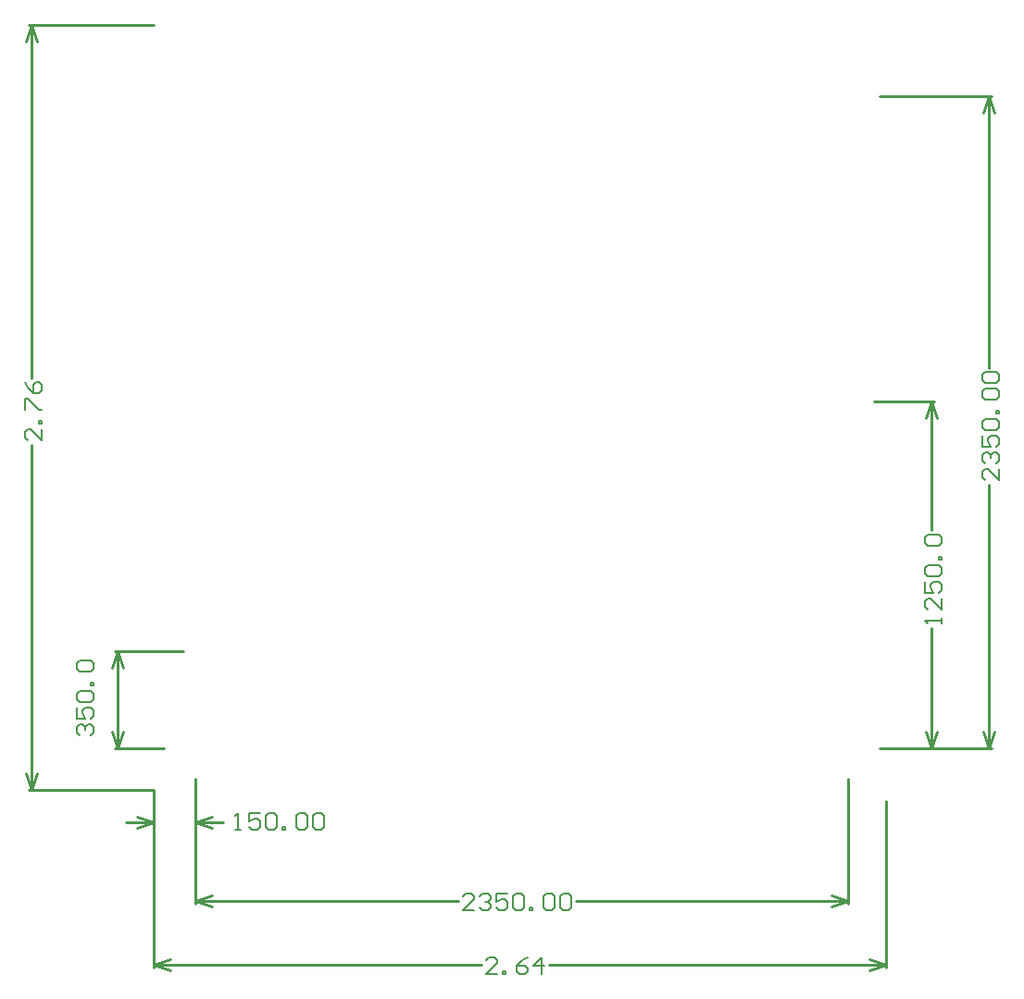
<source format=gbr>
%TF.GenerationSoftware,Altium Limited,Altium Designer,18.0.12 (696)*%
G04 Layer_Color=8421376*
%FSLAX26Y26*%
%MOIN*%
%TF.FileFunction,Other,Mechanical_1*%
%TF.Part,Single*%
G01*
G75*
%TA.AperFunction,NonConductor*%
%ADD82C,0.010000*%
%ADD116C,0.006000*%
D82*
X2630000Y60000D02*
X2650000Y0D01*
X2670000Y60000D01*
X2650000Y1250000D02*
X2670000Y1190000D01*
X2630000D02*
X2650000Y1250000D01*
Y0D02*
Y433052D01*
Y784948D02*
Y1250000D01*
X2462425Y0D02*
X2660000D01*
X2443528Y1250000D02*
X2660000D01*
X-300000Y60000D02*
X-280000Y0D01*
X-260000Y60000D01*
X-280000Y350000D02*
X-260000Y290000D01*
X-300000D02*
X-280000Y350000D01*
Y0D02*
Y175000D01*
Y350000D01*
X-290000Y0D02*
X-112425D01*
X-290000Y350000D02*
X-43528D01*
X2836166Y60000D02*
X2856166Y0D01*
X2876166Y60000D01*
X2856166Y2350000D02*
X2876166Y2290000D01*
X2836166D02*
X2856166Y2350000D01*
Y0D02*
Y948063D01*
Y1369937D02*
Y2350000D01*
X2462425Y0D02*
X2866166D01*
X2462425Y2350000D02*
X2866166D01*
X0Y-550000D02*
X60000Y-530000D01*
X0Y-550000D02*
X60000Y-570000D01*
X2290000D02*
X2350000Y-550000D01*
X2290000Y-530000D02*
X2350000Y-550000D01*
X0D02*
X948063D01*
X1369937D02*
X2350000D01*
X0Y-560000D02*
Y-112425D01*
X2350000Y-560000D02*
Y-112425D01*
X-210000Y-288582D02*
X-150000Y-268582D01*
X-210000Y-248582D02*
X-150000Y-268582D01*
X0D02*
X60000Y-248582D01*
X0Y-268582D02*
X60000Y-288582D01*
X-250000Y-268582D02*
X-150000D01*
X0D02*
X100000D01*
X0Y-278582D02*
Y-112425D01*
X-150000Y-278582D02*
Y-150000D01*
X-608110Y-90000D02*
X-588110Y-150000D01*
X-568110Y-90000D01*
X-588110Y2605905D02*
X-568110Y2545905D01*
X-608110D02*
X-588110Y2605905D01*
Y-150000D02*
Y1090987D01*
Y1332919D02*
Y2605905D01*
X-598110Y-150000D02*
X-150000D01*
X-598110Y2605905D02*
X-150000D01*
Y-780000D02*
X-90000Y-760000D01*
X-150000Y-780000D02*
X-90000Y-800000D01*
X2428055D02*
X2488055Y-780000D01*
X2428055Y-760000D02*
X2488055Y-780000D01*
X-150000D02*
X1032062D01*
X1273994D02*
X2488055D01*
X-150000Y-790000D02*
Y-150000D01*
X2488055Y-790000D02*
Y-189842D01*
D116*
X2685990Y449052D02*
Y469045D01*
Y459048D01*
X2626010D01*
X2636006Y449052D01*
X2685990Y539023D02*
Y499036D01*
X2646003Y539023D01*
X2636006D01*
X2626010Y529026D01*
Y509032D01*
X2636006Y499036D01*
X2626010Y599003D02*
Y559016D01*
X2656000D01*
X2646003Y579010D01*
Y589006D01*
X2656000Y599003D01*
X2675994D01*
X2685990Y589006D01*
Y569013D01*
X2675994Y559016D01*
X2636006Y618997D02*
X2626010Y628994D01*
Y648987D01*
X2636006Y658984D01*
X2675994D01*
X2685990Y648987D01*
Y628994D01*
X2675994Y618997D01*
X2636006D01*
X2685990Y678977D02*
X2675994D01*
Y688974D01*
X2685990D01*
Y678977D01*
X2636006Y728961D02*
X2626010Y738958D01*
Y758951D01*
X2636006Y768948D01*
X2675994D01*
X2685990Y758951D01*
Y738958D01*
X2675994Y728961D01*
X2636006D01*
X-414984Y45000D02*
X-424981Y54997D01*
Y74990D01*
X-414984Y84987D01*
X-404987D01*
X-394990Y74990D01*
Y64993D01*
Y74990D01*
X-384993Y84987D01*
X-374997D01*
X-365000Y74990D01*
Y54997D01*
X-374997Y45000D01*
X-424981Y144968D02*
Y104981D01*
X-394990D01*
X-404987Y124974D01*
Y134971D01*
X-394990Y144968D01*
X-374997D01*
X-365000Y134971D01*
Y114977D01*
X-374997Y104981D01*
X-414984Y164961D02*
X-424981Y174958D01*
Y194952D01*
X-414984Y204948D01*
X-374997D01*
X-365000Y194952D01*
Y174958D01*
X-374997Y164961D01*
X-414984D01*
X-365000Y224942D02*
X-374997D01*
Y234939D01*
X-365000D01*
Y224942D01*
X-414984Y274926D02*
X-424981Y284922D01*
Y304916D01*
X-414984Y314913D01*
X-374997D01*
X-365000Y304916D01*
Y284922D01*
X-374997Y274926D01*
X-414984D01*
X2892156Y1004050D02*
Y964063D01*
X2852169Y1004050D01*
X2842172D01*
X2832175Y994053D01*
Y974060D01*
X2842172Y964063D01*
Y1024044D02*
X2832175Y1034040D01*
Y1054034D01*
X2842172Y1064031D01*
X2852169D01*
X2862166Y1054034D01*
Y1044037D01*
Y1054034D01*
X2872162Y1064031D01*
X2882159D01*
X2892156Y1054034D01*
Y1034040D01*
X2882159Y1024044D01*
X2832175Y1124011D02*
Y1084024D01*
X2862166D01*
X2852169Y1104018D01*
Y1114014D01*
X2862166Y1124011D01*
X2882159D01*
X2892156Y1114014D01*
Y1094021D01*
X2882159Y1084024D01*
X2842172Y1144005D02*
X2832175Y1154002D01*
Y1173995D01*
X2842172Y1183992D01*
X2882159D01*
X2892156Y1173995D01*
Y1154002D01*
X2882159Y1144005D01*
X2842172D01*
X2892156Y1203985D02*
X2882159D01*
Y1213982D01*
X2892156D01*
Y1203985D01*
X2842172Y1253969D02*
X2832175Y1263966D01*
Y1283959D01*
X2842172Y1293956D01*
X2882159D01*
X2892156Y1283959D01*
Y1263966D01*
X2882159Y1253969D01*
X2842172D01*
Y1313950D02*
X2832175Y1323947D01*
Y1343940D01*
X2842172Y1353937D01*
X2882159D01*
X2892156Y1343940D01*
Y1323947D01*
X2882159Y1313950D01*
X2842172D01*
X1004050Y-585990D02*
X964063D01*
X1004050Y-546003D01*
Y-536006D01*
X994053Y-526010D01*
X974060D01*
X964063Y-536006D01*
X1024044D02*
X1034040Y-526010D01*
X1054034D01*
X1064031Y-536006D01*
Y-546003D01*
X1054034Y-556000D01*
X1044037D01*
X1054034D01*
X1064031Y-565997D01*
Y-575994D01*
X1054034Y-585990D01*
X1034040D01*
X1024044Y-575994D01*
X1124011Y-526010D02*
X1084024D01*
Y-556000D01*
X1104018Y-546003D01*
X1114014D01*
X1124011Y-556000D01*
Y-575994D01*
X1114014Y-585990D01*
X1094021D01*
X1084024Y-575994D01*
X1144005Y-536006D02*
X1154002Y-526010D01*
X1173995D01*
X1183992Y-536006D01*
Y-575994D01*
X1173995Y-585990D01*
X1154002D01*
X1144005Y-575994D01*
Y-536006D01*
X1203985Y-585990D02*
Y-575994D01*
X1213982D01*
Y-585990D01*
X1203985D01*
X1253969Y-536006D02*
X1263966Y-526010D01*
X1283959D01*
X1293956Y-536006D01*
Y-575994D01*
X1283959Y-585990D01*
X1263966D01*
X1253969Y-575994D01*
Y-536006D01*
X1313950D02*
X1323947Y-526010D01*
X1343940D01*
X1353937Y-536006D01*
Y-575994D01*
X1343940Y-585990D01*
X1323947D01*
X1313950Y-575994D01*
Y-536006D01*
X142665Y-294433D02*
X162659D01*
X152662D01*
Y-234453D01*
X142665Y-244449D01*
X232636Y-234453D02*
X192649D01*
Y-264443D01*
X212643Y-254446D01*
X222639D01*
X232636Y-264443D01*
Y-284436D01*
X222639Y-294433D01*
X202646D01*
X192649Y-284436D01*
X252630Y-244449D02*
X262627Y-234453D01*
X282620D01*
X292617Y-244449D01*
Y-284436D01*
X282620Y-294433D01*
X262627D01*
X252630Y-284436D01*
Y-244449D01*
X312610Y-294433D02*
Y-284436D01*
X322607D01*
Y-294433D01*
X312610D01*
X362594Y-244449D02*
X372591Y-234453D01*
X392584D01*
X402581Y-244449D01*
Y-284436D01*
X392584Y-294433D01*
X372591D01*
X362594Y-284436D01*
Y-244449D01*
X422575D02*
X432572Y-234453D01*
X452565D01*
X462562Y-244449D01*
Y-284436D01*
X452565Y-294433D01*
X432572D01*
X422575Y-284436D01*
Y-244449D01*
X-552120Y1146974D02*
Y1106987D01*
X-592107Y1146974D01*
X-602104D01*
X-612100Y1136977D01*
Y1116984D01*
X-602104Y1106987D01*
X-552120Y1166967D02*
X-562117D01*
Y1176964D01*
X-552120D01*
Y1166967D01*
X-612100Y1216951D02*
Y1256938D01*
X-602104D01*
X-562117Y1216951D01*
X-552120D01*
X-612100Y1316919D02*
X-602104Y1296925D01*
X-582110Y1276932D01*
X-562117D01*
X-552120Y1286928D01*
Y1306922D01*
X-562117Y1316919D01*
X-572113D01*
X-582110Y1306922D01*
Y1276932D01*
X1088049Y-815990D02*
X1048062D01*
X1088049Y-776003D01*
Y-766006D01*
X1078052Y-756010D01*
X1058058D01*
X1048062Y-766006D01*
X1108042Y-815990D02*
Y-805994D01*
X1118039D01*
Y-815990D01*
X1108042D01*
X1198013Y-756010D02*
X1178020Y-766006D01*
X1158026Y-786000D01*
Y-805994D01*
X1168023Y-815990D01*
X1188016D01*
X1198013Y-805994D01*
Y-795997D01*
X1188016Y-786000D01*
X1158026D01*
X1247997Y-815990D02*
Y-756010D01*
X1218007Y-786000D01*
X1257994D01*
%TF.MD5,aafa353016947275e5404075dc70fa4a*%
M02*

</source>
